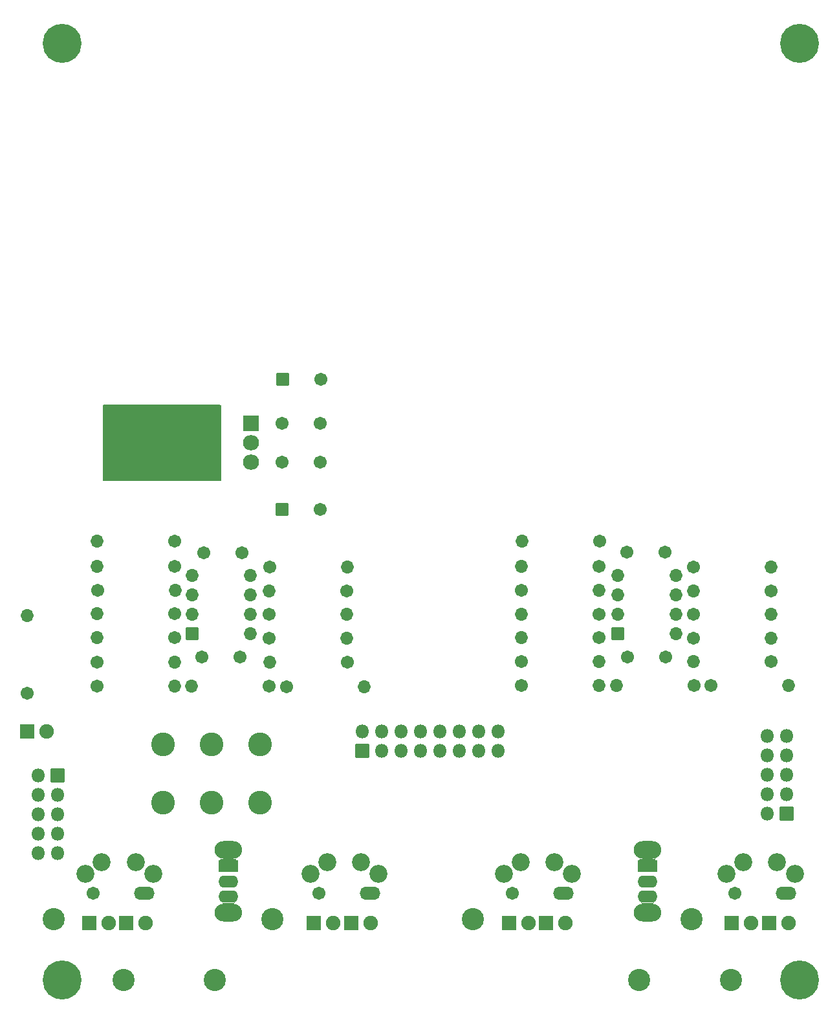
<source format=gbr>
G04 #@! TF.GenerationSoftware,KiCad,Pcbnew,(6.0.1)*
G04 #@! TF.CreationDate,2022-08-06T04:56:39-07:00*
G04 #@! TF.ProjectId,PBJ_EU,50424a5f-4555-42e6-9b69-6361645f7063,4.10*
G04 #@! TF.SameCoordinates,Original*
G04 #@! TF.FileFunction,Soldermask,Bot*
G04 #@! TF.FilePolarity,Negative*
%FSLAX46Y46*%
G04 Gerber Fmt 4.6, Leading zero omitted, Abs format (unit mm)*
G04 Created by KiCad (PCBNEW (6.0.1)) date 2022-08-06 04:56:39*
%MOMM*%
%LPD*%
G01*
G04 APERTURE LIST*
G04 Aperture macros list*
%AMRoundRect*
0 Rectangle with rounded corners*
0 $1 Rounding radius*
0 $2 $3 $4 $5 $6 $7 $8 $9 X,Y pos of 4 corners*
0 Add a 4 corners polygon primitive as box body*
4,1,4,$2,$3,$4,$5,$6,$7,$8,$9,$2,$3,0*
0 Add four circle primitives for the rounded corners*
1,1,$1+$1,$2,$3*
1,1,$1+$1,$4,$5*
1,1,$1+$1,$6,$7*
1,1,$1+$1,$8,$9*
0 Add four rect primitives between the rounded corners*
20,1,$1+$1,$2,$3,$4,$5,0*
20,1,$1+$1,$4,$5,$6,$7,0*
20,1,$1+$1,$6,$7,$8,$9,0*
20,1,$1+$1,$8,$9,$2,$3,0*%
G04 Aperture macros list end*
%ADD10O,3.602000X3.602000*%
%ADD11RoundRect,0.051000X-1.000000X0.952500X-1.000000X-0.952500X1.000000X-0.952500X1.000000X0.952500X0*%
%ADD12O,2.102000X2.007000*%
%ADD13RoundRect,0.051000X-0.900000X-0.900000X0.900000X-0.900000X0.900000X0.900000X-0.900000X0.900000X0*%
%ADD14C,1.902000*%
%ADD15C,5.102000*%
%ADD16C,2.902000*%
%ADD17C,2.352000*%
%ADD18O,2.702000X1.702000*%
%ADD19C,1.702000*%
%ADD20O,3.602000X2.302000*%
%ADD21RoundRect,0.051000X-1.250000X0.750000X-1.250000X-0.750000X1.250000X-0.750000X1.250000X0.750000X0*%
%ADD22O,2.602000X1.602000*%
%ADD23RoundRect,0.051000X0.850000X-0.850000X0.850000X0.850000X-0.850000X0.850000X-0.850000X-0.850000X0*%
%ADD24O,1.802000X1.802000*%
%ADD25RoundRect,0.051000X0.850000X0.850000X-0.850000X0.850000X-0.850000X-0.850000X0.850000X-0.850000X0*%
%ADD26C,3.102000*%
%ADD27RoundRect,0.051000X-0.800000X-0.800000X0.800000X-0.800000X0.800000X0.800000X-0.800000X0.800000X0*%
%ADD28O,1.702000X1.702000*%
G04 APERTURE END LIST*
D10*
X55526800Y-85242400D03*
D11*
X72186800Y-82702400D03*
D12*
X72186800Y-85242400D03*
X72186800Y-87782400D03*
D13*
X135150000Y-148000000D03*
D14*
X137690000Y-148000000D03*
D13*
X140050000Y-148000000D03*
D14*
X142590000Y-148000000D03*
D13*
X42920000Y-123000000D03*
D14*
X45460000Y-123000000D03*
D15*
X47500000Y-155500000D03*
X144020000Y-155500000D03*
X144020000Y-33000000D03*
X47500000Y-33000000D03*
D16*
X75000000Y-147500000D03*
X129870000Y-147500000D03*
X55500000Y-155500000D03*
X67500000Y-155500000D03*
X123000000Y-155500000D03*
X135000000Y-155500000D03*
X46400000Y-147500000D03*
D17*
X80020000Y-141600000D03*
X88920000Y-141600000D03*
X82170000Y-140100000D03*
X86620000Y-140100000D03*
D18*
X87760000Y-144150000D03*
D19*
X81080000Y-144150000D03*
D17*
X50520000Y-141600000D03*
X59420000Y-141600000D03*
X52670000Y-140100000D03*
X57120000Y-140100000D03*
D18*
X58260000Y-144150000D03*
D19*
X51580000Y-144150000D03*
D13*
X85300000Y-148000000D03*
D14*
X87840000Y-148000000D03*
D13*
X55900000Y-148000000D03*
D14*
X58440000Y-148000000D03*
D13*
X80450000Y-148000000D03*
D14*
X82990000Y-148000000D03*
D13*
X51000000Y-148000000D03*
D14*
X53540000Y-148000000D03*
D20*
X69250000Y-138500000D03*
X69250000Y-146700000D03*
D21*
X69250000Y-140600000D03*
D22*
X69250000Y-142600000D03*
X69250000Y-144600000D03*
D16*
X101270000Y-147500000D03*
D17*
X105320000Y-141600000D03*
X114220000Y-141600000D03*
X107470000Y-140100000D03*
X111920000Y-140100000D03*
D18*
X113060000Y-144150000D03*
D19*
X106380000Y-144150000D03*
D17*
X134470000Y-141600000D03*
X143370000Y-141600000D03*
X136620000Y-140100000D03*
X141070000Y-140100000D03*
D18*
X142210000Y-144150000D03*
D19*
X135530000Y-144150000D03*
D13*
X110850000Y-148000000D03*
D14*
X113390000Y-148000000D03*
D13*
X105950000Y-148000000D03*
D14*
X108490000Y-148000000D03*
D20*
X124100000Y-138500000D03*
X124100000Y-146700000D03*
D21*
X124100000Y-140600000D03*
D22*
X124100000Y-142600000D03*
X124100000Y-144600000D03*
D23*
X86800000Y-125540000D03*
D24*
X86800000Y-123000000D03*
X89340000Y-125540000D03*
X89340000Y-123000000D03*
X91880000Y-125540000D03*
X91880000Y-123000000D03*
X94420000Y-125540000D03*
X94420000Y-123000000D03*
X96960000Y-125540000D03*
X96960000Y-123000000D03*
X99500000Y-125540000D03*
X99500000Y-123000000D03*
X102040000Y-125540000D03*
X102040000Y-123000000D03*
X104580000Y-125540000D03*
X104580000Y-123000000D03*
D25*
X142330000Y-133750000D03*
D24*
X139790000Y-133750000D03*
X142330000Y-131210000D03*
X139790000Y-131210000D03*
X142330000Y-128670000D03*
X139790000Y-128670000D03*
X142330000Y-126130000D03*
X139790000Y-126130000D03*
X142330000Y-123590000D03*
X139790000Y-123590000D03*
D26*
X60650000Y-132310000D03*
X60650000Y-124690000D03*
X73350000Y-124690000D03*
X67000000Y-124690000D03*
X73350000Y-132310000D03*
X67000000Y-132310000D03*
D27*
X76352400Y-76911200D03*
D19*
X81352400Y-76911200D03*
X42920000Y-118000000D03*
D28*
X42920000Y-107840000D03*
D27*
X64510000Y-110200000D03*
D28*
X64510000Y-107660000D03*
X64510000Y-105120000D03*
X64510000Y-102580000D03*
X72130000Y-102580000D03*
X72130000Y-105120000D03*
X72130000Y-107660000D03*
X72130000Y-110200000D03*
D19*
X74610000Y-110800000D03*
D28*
X84770000Y-110800000D03*
D19*
X76820000Y-117090000D03*
D28*
X86980000Y-117090000D03*
D19*
X74610000Y-107670000D03*
D28*
X84770000Y-107670000D03*
D19*
X52040000Y-117080000D03*
D28*
X62200000Y-117080000D03*
D19*
X62250000Y-107600000D03*
D28*
X52090000Y-107600000D03*
D19*
X52080000Y-113890000D03*
D28*
X62240000Y-113890000D03*
D19*
X74600000Y-117080000D03*
D28*
X64440000Y-117080000D03*
D19*
X52100000Y-104500000D03*
D28*
X62260000Y-104500000D03*
D19*
X62240000Y-110710000D03*
D28*
X52080000Y-110710000D03*
D19*
X126450000Y-113250000D03*
X121450000Y-113250000D03*
X70800000Y-113200000D03*
X65800000Y-113200000D03*
X126400000Y-99550000D03*
X121400000Y-99550000D03*
X130130000Y-110770000D03*
D28*
X140290000Y-110770000D03*
D19*
X132410000Y-116940000D03*
D28*
X142570000Y-116940000D03*
D19*
X140280000Y-113870000D03*
D28*
X130120000Y-113870000D03*
D19*
X107630000Y-113800000D03*
D28*
X117790000Y-113800000D03*
D19*
X130130000Y-107660000D03*
D28*
X140290000Y-107660000D03*
D19*
X117780000Y-110720000D03*
D28*
X107620000Y-110720000D03*
D19*
X107610000Y-116940000D03*
D28*
X117770000Y-116940000D03*
D19*
X130220000Y-116940000D03*
D28*
X120060000Y-116940000D03*
D27*
X76301600Y-93929200D03*
D19*
X81301600Y-93929200D03*
X84790000Y-113930000D03*
D28*
X74630000Y-113930000D03*
D27*
X120210000Y-110200000D03*
D28*
X120210000Y-107660000D03*
X120210000Y-105120000D03*
X120210000Y-102580000D03*
X127830000Y-102580000D03*
X127830000Y-105120000D03*
X127830000Y-107660000D03*
X127830000Y-110200000D03*
D19*
X71050000Y-99600000D03*
X66050000Y-99600000D03*
D25*
X46880000Y-128710000D03*
D24*
X44340000Y-128710000D03*
X46880000Y-131250000D03*
X44340000Y-131250000D03*
X46880000Y-133790000D03*
X44340000Y-133790000D03*
X46880000Y-136330000D03*
X44340000Y-136330000D03*
X46880000Y-138870000D03*
X44340000Y-138870000D03*
D19*
X107600000Y-104550000D03*
D28*
X117760000Y-104550000D03*
D19*
X117770000Y-107650000D03*
D28*
X107610000Y-107650000D03*
D19*
X140290000Y-104570000D03*
D28*
X130130000Y-104570000D03*
D19*
X74640000Y-101430000D03*
D28*
X84800000Y-101430000D03*
D19*
X84760000Y-104570000D03*
D28*
X74600000Y-104570000D03*
D19*
X130120000Y-101470000D03*
D28*
X140280000Y-101470000D03*
D19*
X62230000Y-98044000D03*
D28*
X52070000Y-98044000D03*
D19*
X117856000Y-98044000D03*
D28*
X107696000Y-98044000D03*
D19*
X62230000Y-101346000D03*
D28*
X52070000Y-101346000D03*
D19*
X117770000Y-101346000D03*
D28*
X107610000Y-101346000D03*
D19*
X76301600Y-82702400D03*
X81301600Y-82702400D03*
X76301600Y-87782400D03*
X81301600Y-87782400D03*
G36*
X68242121Y-80270002D02*
G01*
X68288614Y-80323658D01*
X68300000Y-80376000D01*
X68300000Y-90074000D01*
X68279998Y-90142121D01*
X68226342Y-90188614D01*
X68174000Y-90200000D01*
X52901000Y-90200000D01*
X52832879Y-90179998D01*
X52786386Y-90126342D01*
X52775000Y-90074000D01*
X52775000Y-80376000D01*
X52795002Y-80307879D01*
X52848658Y-80261386D01*
X52901000Y-80250000D01*
X68174000Y-80250000D01*
X68242121Y-80270002D01*
G37*
G36*
X123412123Y-145376585D02*
G01*
X123588947Y-145398923D01*
X123600014Y-145399000D01*
X124599884Y-145399000D01*
X124777015Y-145379132D01*
X124931776Y-145325238D01*
X124933741Y-145325613D01*
X124934399Y-145327502D01*
X124933434Y-145328859D01*
X124916871Y-145338422D01*
X124917368Y-145339284D01*
X124917368Y-145341284D01*
X124916765Y-145341935D01*
X124875695Y-145370021D01*
X124848739Y-145433816D01*
X124860553Y-145502062D01*
X124907469Y-145553174D01*
X124941640Y-145566562D01*
X124942887Y-145568125D01*
X124942158Y-145569987D01*
X124940675Y-145570410D01*
X124780002Y-145551393D01*
X124749974Y-145551000D01*
X123450096Y-145551000D01*
X123246221Y-145569734D01*
X123244405Y-145568896D01*
X123244222Y-145566905D01*
X123245510Y-145565813D01*
X123253673Y-145563580D01*
X123312876Y-145527067D01*
X123342811Y-145464612D01*
X123334229Y-145395887D01*
X123289684Y-145342509D01*
X123282961Y-145338325D01*
X123261742Y-145326074D01*
X123260742Y-145324342D01*
X123261742Y-145322610D01*
X123263426Y-145322463D01*
X123412123Y-145376585D01*
G37*
G36*
X68562123Y-145376585D02*
G01*
X68738947Y-145398923D01*
X68750014Y-145399000D01*
X69749884Y-145399000D01*
X69927015Y-145379132D01*
X70081776Y-145325238D01*
X70083741Y-145325613D01*
X70084399Y-145327502D01*
X70083434Y-145328859D01*
X70066871Y-145338422D01*
X70067368Y-145339284D01*
X70067368Y-145341284D01*
X70066765Y-145341935D01*
X70025695Y-145370021D01*
X69998739Y-145433816D01*
X70010553Y-145502062D01*
X70057469Y-145553174D01*
X70091640Y-145566562D01*
X70092887Y-145568125D01*
X70092158Y-145569987D01*
X70090675Y-145570410D01*
X69930002Y-145551393D01*
X69899974Y-145551000D01*
X68600096Y-145551000D01*
X68396221Y-145569734D01*
X68394405Y-145568896D01*
X68394222Y-145566905D01*
X68395510Y-145565813D01*
X68403673Y-145563580D01*
X68462876Y-145527067D01*
X68492811Y-145464612D01*
X68484229Y-145395887D01*
X68439684Y-145342509D01*
X68432961Y-145338325D01*
X68411742Y-145326074D01*
X68410742Y-145324342D01*
X68411742Y-145322610D01*
X68413426Y-145322463D01*
X68562123Y-145376585D01*
G37*
G36*
X125184988Y-139562337D02*
G01*
X125185873Y-139564131D01*
X125185212Y-139565489D01*
X125136344Y-139609281D01*
X125117941Y-139676050D01*
X125138558Y-139742167D01*
X125191713Y-139786697D01*
X125241248Y-139797042D01*
X125242739Y-139798375D01*
X125242330Y-139800333D01*
X125240839Y-139801000D01*
X122962948Y-139801000D01*
X122961216Y-139800000D01*
X122961216Y-139798000D01*
X122962385Y-139797081D01*
X123029397Y-139777405D01*
X123074752Y-139725062D01*
X123084609Y-139656509D01*
X123055816Y-139593462D01*
X123021750Y-139569168D01*
X123020920Y-139567349D01*
X123022081Y-139565720D01*
X123023504Y-139565630D01*
X123211112Y-139623884D01*
X123419998Y-139648607D01*
X123450026Y-139649000D01*
X124749904Y-139649000D01*
X124959388Y-139629751D01*
X125161761Y-139572676D01*
X125182992Y-139562206D01*
X125184988Y-139562337D01*
G37*
G36*
X70334988Y-139562337D02*
G01*
X70335873Y-139564131D01*
X70335212Y-139565489D01*
X70286344Y-139609281D01*
X70267941Y-139676050D01*
X70288558Y-139742167D01*
X70341713Y-139786697D01*
X70391248Y-139797042D01*
X70392739Y-139798375D01*
X70392330Y-139800333D01*
X70390839Y-139801000D01*
X68112948Y-139801000D01*
X68111216Y-139800000D01*
X68111216Y-139798000D01*
X68112385Y-139797081D01*
X68179397Y-139777405D01*
X68224752Y-139725062D01*
X68234609Y-139656509D01*
X68205816Y-139593462D01*
X68171750Y-139569168D01*
X68170920Y-139567349D01*
X68172081Y-139565720D01*
X68173504Y-139565630D01*
X68361112Y-139623884D01*
X68569998Y-139648607D01*
X68600026Y-139649000D01*
X69899904Y-139649000D01*
X70109388Y-139629751D01*
X70311761Y-139572676D01*
X70332992Y-139562206D01*
X70334988Y-139562337D01*
G37*
M02*

</source>
